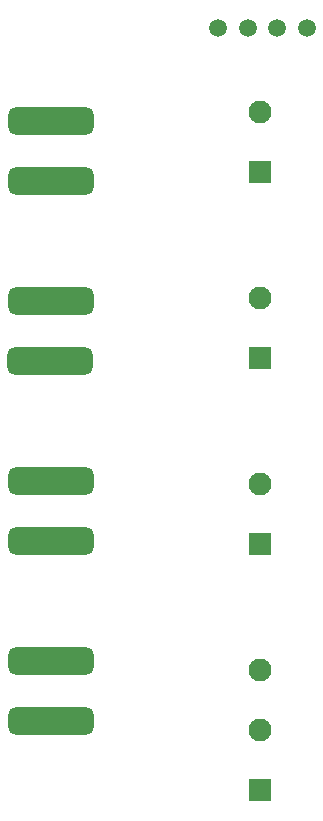
<source format=gbr>
%TF.GenerationSoftware,KiCad,Pcbnew,7.0.10*%
%TF.CreationDate,2024-07-21T07:16:58-04:00*%
%TF.ProjectId,12.2.1 - PLC Connector,31322e32-2e31-4202-9d20-504c4320436f,rev?*%
%TF.SameCoordinates,Original*%
%TF.FileFunction,Soldermask,Bot*%
%TF.FilePolarity,Negative*%
%FSLAX46Y46*%
G04 Gerber Fmt 4.6, Leading zero omitted, Abs format (unit mm)*
G04 Created by KiCad (PCBNEW 7.0.10) date 2024-07-21 07:16:58*
%MOMM*%
%LPD*%
G01*
G04 APERTURE LIST*
G04 Aperture macros list*
%AMRoundRect*
0 Rectangle with rounded corners*
0 $1 Rounding radius*
0 $2 $3 $4 $5 $6 $7 $8 $9 X,Y pos of 4 corners*
0 Add a 4 corners polygon primitive as box body*
4,1,4,$2,$3,$4,$5,$6,$7,$8,$9,$2,$3,0*
0 Add four circle primitives for the rounded corners*
1,1,$1+$1,$2,$3*
1,1,$1+$1,$4,$5*
1,1,$1+$1,$6,$7*
1,1,$1+$1,$8,$9*
0 Add four rect primitives between the rounded corners*
20,1,$1+$1,$2,$3,$4,$5,0*
20,1,$1+$1,$4,$5,$6,$7,0*
20,1,$1+$1,$6,$7,$8,$9,0*
20,1,$1+$1,$8,$9,$2,$3,0*%
G04 Aperture macros list end*
%ADD10R,1.950000X1.950000*%
%ADD11C,1.950000*%
%ADD12C,1.498600*%
%ADD13RoundRect,0.572500X3.045750X0.572500X-3.045750X0.572500X-3.045750X-0.572500X3.045750X-0.572500X0*%
G04 APERTURE END LIST*
D10*
%TO.C,J118*%
X175768000Y-90678000D03*
D11*
X175768000Y-85598000D03*
%TD*%
D10*
%TO.C,J120*%
X175768000Y-74930000D03*
D11*
X175768000Y-69850000D03*
%TD*%
D10*
%TO.C,J117*%
X175768000Y-111506000D03*
D11*
X175768000Y-106426000D03*
X175768000Y-101346000D03*
%TD*%
D10*
%TO.C,J119*%
X175768000Y-59182000D03*
D11*
X175768000Y-54102000D03*
%TD*%
D12*
%TO.C,J122*%
X179712000Y-46990000D03*
X177212000Y-46990000D03*
X174712000Y-46990000D03*
X172212000Y-46990000D03*
%TD*%
D13*
%TO.C,J104*%
X158050500Y-100584912D03*
%TD*%
%TO.C,J112*%
X158030226Y-85328358D03*
%TD*%
%TO.C,J102*%
X158059111Y-54859956D03*
%TD*%
%TO.C,J116*%
X158037756Y-70097922D03*
%TD*%
%TO.C,J103*%
X158044463Y-105658939D03*
%TD*%
%TO.C,J111*%
X158043253Y-90411408D03*
%TD*%
%TO.C,J107*%
X158032974Y-59931106D03*
%TD*%
%TO.C,J113*%
X158022541Y-75174459D03*
%TD*%
M02*

</source>
